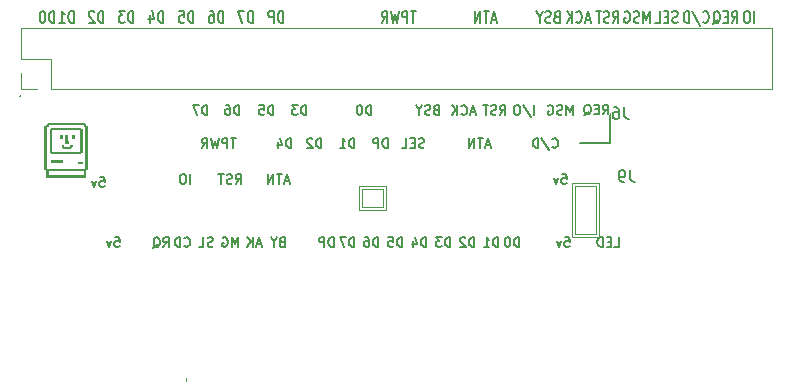
<source format=gbo>
G04 #@! TF.GenerationSoftware,KiCad,Pcbnew,(5.1.9-16-g1737927814)-1*
G04 #@! TF.CreationDate,2021-10-16T21:24:19-05:00*
G04 #@! TF.ProjectId,daisy_chain_v2,64616973-795f-4636-9861-696e5f76322e,rev?*
G04 #@! TF.SameCoordinates,Original*
G04 #@! TF.FileFunction,Legend,Bot*
G04 #@! TF.FilePolarity,Positive*
%FSLAX46Y46*%
G04 Gerber Fmt 4.6, Leading zero omitted, Abs format (unit mm)*
G04 Created by KiCad (PCBNEW (5.1.9-16-g1737927814)-1) date 2021-10-16 21:24:19*
%MOMM*%
%LPD*%
G01*
G04 APERTURE LIST*
%ADD10C,0.150000*%
%ADD11C,0.120000*%
%ADD12C,0.010000*%
%ADD13C,1.800000*%
%ADD14R,1.800000X1.800000*%
%ADD15C,2.700000*%
%ADD16C,4.845000*%
%ADD17C,1.545000*%
%ADD18O,1.350000X1.350000*%
%ADD19R,1.350000X1.350000*%
%ADD20O,1.700000X1.700000*%
%ADD21R,1.700000X1.700000*%
G04 APERTURE END LIST*
D10*
X226733333Y-91162380D02*
X226733333Y-91876666D01*
X226780952Y-92019523D01*
X226876190Y-92114761D01*
X227019047Y-92162380D01*
X227114285Y-92162380D01*
X226209523Y-92162380D02*
X226019047Y-92162380D01*
X225923809Y-92114761D01*
X225876190Y-92067142D01*
X225780952Y-91924285D01*
X225733333Y-91733809D01*
X225733333Y-91352857D01*
X225780952Y-91257619D01*
X225828571Y-91210000D01*
X225923809Y-91162380D01*
X226114285Y-91162380D01*
X226209523Y-91210000D01*
X226257142Y-91257619D01*
X226304761Y-91352857D01*
X226304761Y-91590952D01*
X226257142Y-91686190D01*
X226209523Y-91733809D01*
X226114285Y-91781428D01*
X225923809Y-91781428D01*
X225828571Y-91733809D01*
X225780952Y-91686190D01*
X225733333Y-91590952D01*
D11*
X203794000Y-94504000D02*
X203794000Y-92472000D01*
X206080000Y-94504000D02*
X203794000Y-94504000D01*
X206080000Y-92472000D02*
X206080000Y-94504000D01*
X203794000Y-92472000D02*
X206080000Y-92472000D01*
X204048000Y-94250000D02*
X204048000Y-92726000D01*
X205826000Y-94250000D02*
X204048000Y-94250000D01*
X205826000Y-92726000D02*
X205826000Y-94250000D01*
X204048000Y-92726000D02*
X205826000Y-92726000D01*
X221828000Y-92218000D02*
X224114000Y-92218000D01*
X221828000Y-96790000D02*
X221828000Y-92218000D01*
X224114000Y-96790000D02*
X221828000Y-96790000D01*
X224114000Y-92218000D02*
X224114000Y-96790000D01*
X222082000Y-96536000D02*
X222082000Y-92472000D01*
X223860000Y-96536000D02*
X222082000Y-96536000D01*
X223860000Y-92472000D02*
X223860000Y-96536000D01*
X222082000Y-92472000D02*
X223860000Y-92472000D01*
D10*
X197850285Y-92097333D02*
X197469333Y-92097333D01*
X197926476Y-92325904D02*
X197659809Y-91525904D01*
X197393142Y-92325904D01*
X197240761Y-91525904D02*
X196783619Y-91525904D01*
X197012190Y-92325904D02*
X197012190Y-91525904D01*
X196516952Y-92325904D02*
X196516952Y-91525904D01*
X196059809Y-92325904D01*
X196059809Y-91525904D01*
X193310095Y-92325904D02*
X193576761Y-91944952D01*
X193767238Y-92325904D02*
X193767238Y-91525904D01*
X193462476Y-91525904D01*
X193386285Y-91564000D01*
X193348190Y-91602095D01*
X193310095Y-91678285D01*
X193310095Y-91792571D01*
X193348190Y-91868761D01*
X193386285Y-91906857D01*
X193462476Y-91944952D01*
X193767238Y-91944952D01*
X193005333Y-92287809D02*
X192891047Y-92325904D01*
X192700571Y-92325904D01*
X192624380Y-92287809D01*
X192586285Y-92249714D01*
X192548190Y-92173523D01*
X192548190Y-92097333D01*
X192586285Y-92021142D01*
X192624380Y-91983047D01*
X192700571Y-91944952D01*
X192852952Y-91906857D01*
X192929142Y-91868761D01*
X192967238Y-91830666D01*
X193005333Y-91754476D01*
X193005333Y-91678285D01*
X192967238Y-91602095D01*
X192929142Y-91564000D01*
X192852952Y-91525904D01*
X192662476Y-91525904D01*
X192548190Y-91564000D01*
X192319619Y-91525904D02*
X191862476Y-91525904D01*
X192091047Y-92325904D02*
X192091047Y-91525904D01*
X189481047Y-92325904D02*
X189481047Y-91525904D01*
X188947714Y-91525904D02*
X188795333Y-91525904D01*
X188719142Y-91564000D01*
X188642952Y-91640190D01*
X188604857Y-91792571D01*
X188604857Y-92059238D01*
X188642952Y-92211619D01*
X188719142Y-92287809D01*
X188795333Y-92325904D01*
X188947714Y-92325904D01*
X189023904Y-92287809D01*
X189100095Y-92211619D01*
X189138190Y-92059238D01*
X189138190Y-91792571D01*
X189100095Y-91640190D01*
X189023904Y-91564000D01*
X188947714Y-91525904D01*
X181810285Y-91779904D02*
X182191238Y-91779904D01*
X182229333Y-92160857D01*
X182191238Y-92122761D01*
X182115047Y-92084666D01*
X181924571Y-92084666D01*
X181848380Y-92122761D01*
X181810285Y-92160857D01*
X181772190Y-92237047D01*
X181772190Y-92427523D01*
X181810285Y-92503714D01*
X181848380Y-92541809D01*
X181924571Y-92579904D01*
X182115047Y-92579904D01*
X182191238Y-92541809D01*
X182229333Y-92503714D01*
X181505523Y-92046571D02*
X181315047Y-92579904D01*
X181124571Y-92046571D01*
X220926285Y-91525904D02*
X221307238Y-91525904D01*
X221345333Y-91906857D01*
X221307238Y-91868761D01*
X221231047Y-91830666D01*
X221040571Y-91830666D01*
X220964380Y-91868761D01*
X220926285Y-91906857D01*
X220888190Y-91983047D01*
X220888190Y-92173523D01*
X220926285Y-92249714D01*
X220964380Y-92287809D01*
X221040571Y-92325904D01*
X221231047Y-92325904D01*
X221307238Y-92287809D01*
X221345333Y-92249714D01*
X220621523Y-91792571D02*
X220431047Y-92325904D01*
X220240571Y-91792571D01*
X225390285Y-97659904D02*
X225771238Y-97659904D01*
X225771238Y-96859904D01*
X225123619Y-97240857D02*
X224856952Y-97240857D01*
X224742666Y-97659904D02*
X225123619Y-97659904D01*
X225123619Y-96859904D01*
X224742666Y-96859904D01*
X224399809Y-97659904D02*
X224399809Y-96859904D01*
X224209333Y-96859904D01*
X224095047Y-96898000D01*
X224018857Y-96974190D01*
X223980761Y-97050380D01*
X223942666Y-97202761D01*
X223942666Y-97317047D01*
X223980761Y-97469428D01*
X224018857Y-97545619D01*
X224095047Y-97621809D01*
X224209333Y-97659904D01*
X224399809Y-97659904D01*
X221180285Y-96859904D02*
X221561238Y-96859904D01*
X221599333Y-97240857D01*
X221561238Y-97202761D01*
X221485047Y-97164666D01*
X221294571Y-97164666D01*
X221218380Y-97202761D01*
X221180285Y-97240857D01*
X221142190Y-97317047D01*
X221142190Y-97507523D01*
X221180285Y-97583714D01*
X221218380Y-97621809D01*
X221294571Y-97659904D01*
X221485047Y-97659904D01*
X221561238Y-97621809D01*
X221599333Y-97583714D01*
X220875523Y-97126571D02*
X220685047Y-97659904D01*
X220494571Y-97126571D01*
X183080285Y-96859904D02*
X183461238Y-96859904D01*
X183499333Y-97240857D01*
X183461238Y-97202761D01*
X183385047Y-97164666D01*
X183194571Y-97164666D01*
X183118380Y-97202761D01*
X183080285Y-97240857D01*
X183042190Y-97317047D01*
X183042190Y-97507523D01*
X183080285Y-97583714D01*
X183118380Y-97621809D01*
X183194571Y-97659904D01*
X183385047Y-97659904D01*
X183461238Y-97621809D01*
X183499333Y-97583714D01*
X182775523Y-97126571D02*
X182585047Y-97659904D01*
X182394571Y-97126571D01*
X187201428Y-97659904D02*
X187468095Y-97278952D01*
X187658571Y-97659904D02*
X187658571Y-96859904D01*
X187353809Y-96859904D01*
X187277619Y-96898000D01*
X187239523Y-96936095D01*
X187201428Y-97012285D01*
X187201428Y-97126571D01*
X187239523Y-97202761D01*
X187277619Y-97240857D01*
X187353809Y-97278952D01*
X187658571Y-97278952D01*
X186325238Y-97736095D02*
X186401428Y-97698000D01*
X186477619Y-97621809D01*
X186591904Y-97507523D01*
X186668095Y-97469428D01*
X186744285Y-97469428D01*
X186706190Y-97659904D02*
X186782380Y-97621809D01*
X186858571Y-97545619D01*
X186896666Y-97393238D01*
X186896666Y-97126571D01*
X186858571Y-96974190D01*
X186782380Y-96898000D01*
X186706190Y-96859904D01*
X186553809Y-96859904D01*
X186477619Y-96898000D01*
X186401428Y-96974190D01*
X186363333Y-97126571D01*
X186363333Y-97393238D01*
X186401428Y-97545619D01*
X186477619Y-97621809D01*
X186553809Y-97659904D01*
X186706190Y-97659904D01*
X188960380Y-97583714D02*
X188998476Y-97621809D01*
X189112761Y-97659904D01*
X189188952Y-97659904D01*
X189303238Y-97621809D01*
X189379428Y-97545619D01*
X189417523Y-97469428D01*
X189455619Y-97317047D01*
X189455619Y-97202761D01*
X189417523Y-97050380D01*
X189379428Y-96974190D01*
X189303238Y-96898000D01*
X189188952Y-96859904D01*
X189112761Y-96859904D01*
X188998476Y-96898000D01*
X188960380Y-96936095D01*
X188617523Y-97659904D02*
X188617523Y-96859904D01*
X188427047Y-96859904D01*
X188312761Y-96898000D01*
X188236571Y-96974190D01*
X188198476Y-97050380D01*
X188160380Y-97202761D01*
X188160380Y-97317047D01*
X188198476Y-97469428D01*
X188236571Y-97545619D01*
X188312761Y-97621809D01*
X188427047Y-97659904D01*
X188617523Y-97659904D01*
X191392380Y-97621809D02*
X191278095Y-97659904D01*
X191087619Y-97659904D01*
X191011428Y-97621809D01*
X190973333Y-97583714D01*
X190935238Y-97507523D01*
X190935238Y-97431333D01*
X190973333Y-97355142D01*
X191011428Y-97317047D01*
X191087619Y-97278952D01*
X191240000Y-97240857D01*
X191316190Y-97202761D01*
X191354285Y-97164666D01*
X191392380Y-97088476D01*
X191392380Y-97012285D01*
X191354285Y-96936095D01*
X191316190Y-96898000D01*
X191240000Y-96859904D01*
X191049523Y-96859904D01*
X190935238Y-96898000D01*
X190211428Y-97659904D02*
X190592380Y-97659904D01*
X190592380Y-96859904D01*
X193538666Y-97659904D02*
X193538666Y-96859904D01*
X193272000Y-97431333D01*
X193005333Y-96859904D01*
X193005333Y-97659904D01*
X192205333Y-96898000D02*
X192281523Y-96859904D01*
X192395809Y-96859904D01*
X192510095Y-96898000D01*
X192586285Y-96974190D01*
X192624380Y-97050380D01*
X192662476Y-97202761D01*
X192662476Y-97317047D01*
X192624380Y-97469428D01*
X192586285Y-97545619D01*
X192510095Y-97621809D01*
X192395809Y-97659904D01*
X192319619Y-97659904D01*
X192205333Y-97621809D01*
X192167238Y-97583714D01*
X192167238Y-97317047D01*
X192319619Y-97317047D01*
X195494476Y-97431333D02*
X195113523Y-97431333D01*
X195570666Y-97659904D02*
X195304000Y-96859904D01*
X195037333Y-97659904D01*
X194770666Y-97659904D02*
X194770666Y-96859904D01*
X194313523Y-97659904D02*
X194656380Y-97202761D01*
X194313523Y-96859904D02*
X194770666Y-97317047D01*
X197221714Y-97240857D02*
X197107428Y-97278952D01*
X197069333Y-97317047D01*
X197031238Y-97393238D01*
X197031238Y-97507523D01*
X197069333Y-97583714D01*
X197107428Y-97621809D01*
X197183619Y-97659904D01*
X197488380Y-97659904D01*
X197488380Y-96859904D01*
X197221714Y-96859904D01*
X197145523Y-96898000D01*
X197107428Y-96936095D01*
X197069333Y-97012285D01*
X197069333Y-97088476D01*
X197107428Y-97164666D01*
X197145523Y-97202761D01*
X197221714Y-97240857D01*
X197488380Y-97240857D01*
X196536000Y-97278952D02*
X196536000Y-97659904D01*
X196802666Y-96859904D02*
X196536000Y-97278952D01*
X196269333Y-96859904D01*
X217338476Y-97659904D02*
X217338476Y-96859904D01*
X217148000Y-96859904D01*
X217033714Y-96898000D01*
X216957523Y-96974190D01*
X216919428Y-97050380D01*
X216881333Y-97202761D01*
X216881333Y-97317047D01*
X216919428Y-97469428D01*
X216957523Y-97545619D01*
X217033714Y-97621809D01*
X217148000Y-97659904D01*
X217338476Y-97659904D01*
X216386095Y-96859904D02*
X216309904Y-96859904D01*
X216233714Y-96898000D01*
X216195619Y-96936095D01*
X216157523Y-97012285D01*
X216119428Y-97164666D01*
X216119428Y-97355142D01*
X216157523Y-97507523D01*
X216195619Y-97583714D01*
X216233714Y-97621809D01*
X216309904Y-97659904D01*
X216386095Y-97659904D01*
X216462285Y-97621809D01*
X216500380Y-97583714D01*
X216538476Y-97507523D01*
X216576571Y-97355142D01*
X216576571Y-97164666D01*
X216538476Y-97012285D01*
X216500380Y-96936095D01*
X216462285Y-96898000D01*
X216386095Y-96859904D01*
X215560476Y-97659904D02*
X215560476Y-96859904D01*
X215370000Y-96859904D01*
X215255714Y-96898000D01*
X215179523Y-96974190D01*
X215141428Y-97050380D01*
X215103333Y-97202761D01*
X215103333Y-97317047D01*
X215141428Y-97469428D01*
X215179523Y-97545619D01*
X215255714Y-97621809D01*
X215370000Y-97659904D01*
X215560476Y-97659904D01*
X214341428Y-97659904D02*
X214798571Y-97659904D01*
X214570000Y-97659904D02*
X214570000Y-96859904D01*
X214646190Y-96974190D01*
X214722380Y-97050380D01*
X214798571Y-97088476D01*
X213528476Y-97659904D02*
X213528476Y-96859904D01*
X213338000Y-96859904D01*
X213223714Y-96898000D01*
X213147523Y-96974190D01*
X213109428Y-97050380D01*
X213071333Y-97202761D01*
X213071333Y-97317047D01*
X213109428Y-97469428D01*
X213147523Y-97545619D01*
X213223714Y-97621809D01*
X213338000Y-97659904D01*
X213528476Y-97659904D01*
X212766571Y-96936095D02*
X212728476Y-96898000D01*
X212652285Y-96859904D01*
X212461809Y-96859904D01*
X212385619Y-96898000D01*
X212347523Y-96936095D01*
X212309428Y-97012285D01*
X212309428Y-97088476D01*
X212347523Y-97202761D01*
X212804666Y-97659904D01*
X212309428Y-97659904D01*
X211496476Y-97659904D02*
X211496476Y-96859904D01*
X211306000Y-96859904D01*
X211191714Y-96898000D01*
X211115523Y-96974190D01*
X211077428Y-97050380D01*
X211039333Y-97202761D01*
X211039333Y-97317047D01*
X211077428Y-97469428D01*
X211115523Y-97545619D01*
X211191714Y-97621809D01*
X211306000Y-97659904D01*
X211496476Y-97659904D01*
X210772666Y-96859904D02*
X210277428Y-96859904D01*
X210544095Y-97164666D01*
X210429809Y-97164666D01*
X210353619Y-97202761D01*
X210315523Y-97240857D01*
X210277428Y-97317047D01*
X210277428Y-97507523D01*
X210315523Y-97583714D01*
X210353619Y-97621809D01*
X210429809Y-97659904D01*
X210658380Y-97659904D01*
X210734571Y-97621809D01*
X210772666Y-97583714D01*
X209464476Y-97659904D02*
X209464476Y-96859904D01*
X209274000Y-96859904D01*
X209159714Y-96898000D01*
X209083523Y-96974190D01*
X209045428Y-97050380D01*
X209007333Y-97202761D01*
X209007333Y-97317047D01*
X209045428Y-97469428D01*
X209083523Y-97545619D01*
X209159714Y-97621809D01*
X209274000Y-97659904D01*
X209464476Y-97659904D01*
X208321619Y-97126571D02*
X208321619Y-97659904D01*
X208512095Y-96821809D02*
X208702571Y-97393238D01*
X208207333Y-97393238D01*
X207432476Y-97659904D02*
X207432476Y-96859904D01*
X207242000Y-96859904D01*
X207127714Y-96898000D01*
X207051523Y-96974190D01*
X207013428Y-97050380D01*
X206975333Y-97202761D01*
X206975333Y-97317047D01*
X207013428Y-97469428D01*
X207051523Y-97545619D01*
X207127714Y-97621809D01*
X207242000Y-97659904D01*
X207432476Y-97659904D01*
X206251523Y-96859904D02*
X206632476Y-96859904D01*
X206670571Y-97240857D01*
X206632476Y-97202761D01*
X206556285Y-97164666D01*
X206365809Y-97164666D01*
X206289619Y-97202761D01*
X206251523Y-97240857D01*
X206213428Y-97317047D01*
X206213428Y-97507523D01*
X206251523Y-97583714D01*
X206289619Y-97621809D01*
X206365809Y-97659904D01*
X206556285Y-97659904D01*
X206632476Y-97621809D01*
X206670571Y-97583714D01*
X205400476Y-97659904D02*
X205400476Y-96859904D01*
X205210000Y-96859904D01*
X205095714Y-96898000D01*
X205019523Y-96974190D01*
X204981428Y-97050380D01*
X204943333Y-97202761D01*
X204943333Y-97317047D01*
X204981428Y-97469428D01*
X205019523Y-97545619D01*
X205095714Y-97621809D01*
X205210000Y-97659904D01*
X205400476Y-97659904D01*
X204257619Y-96859904D02*
X204410000Y-96859904D01*
X204486190Y-96898000D01*
X204524285Y-96936095D01*
X204600476Y-97050380D01*
X204638571Y-97202761D01*
X204638571Y-97507523D01*
X204600476Y-97583714D01*
X204562380Y-97621809D01*
X204486190Y-97659904D01*
X204333809Y-97659904D01*
X204257619Y-97621809D01*
X204219523Y-97583714D01*
X204181428Y-97507523D01*
X204181428Y-97317047D01*
X204219523Y-97240857D01*
X204257619Y-97202761D01*
X204333809Y-97164666D01*
X204486190Y-97164666D01*
X204562380Y-97202761D01*
X204600476Y-97240857D01*
X204638571Y-97317047D01*
X203368476Y-97659904D02*
X203368476Y-96859904D01*
X203178000Y-96859904D01*
X203063714Y-96898000D01*
X202987523Y-96974190D01*
X202949428Y-97050380D01*
X202911333Y-97202761D01*
X202911333Y-97317047D01*
X202949428Y-97469428D01*
X202987523Y-97545619D01*
X203063714Y-97621809D01*
X203178000Y-97659904D01*
X203368476Y-97659904D01*
X202644666Y-96859904D02*
X202111333Y-96859904D01*
X202454190Y-97659904D01*
X201609523Y-97659904D02*
X201609523Y-96859904D01*
X201419047Y-96859904D01*
X201304761Y-96898000D01*
X201228571Y-96974190D01*
X201190476Y-97050380D01*
X201152380Y-97202761D01*
X201152380Y-97317047D01*
X201190476Y-97469428D01*
X201228571Y-97545619D01*
X201304761Y-97621809D01*
X201419047Y-97659904D01*
X201609523Y-97659904D01*
X200809523Y-97659904D02*
X200809523Y-96859904D01*
X200504761Y-96859904D01*
X200428571Y-96898000D01*
X200390476Y-96936095D01*
X200352380Y-97012285D01*
X200352380Y-97126571D01*
X200390476Y-97202761D01*
X200428571Y-97240857D01*
X200504761Y-97278952D01*
X200809523Y-97278952D01*
X218602095Y-86483904D02*
X218602095Y-85683904D01*
X217649714Y-85645809D02*
X218335428Y-86674380D01*
X217230666Y-85683904D02*
X217078285Y-85683904D01*
X217002095Y-85722000D01*
X216925904Y-85798190D01*
X216887809Y-85950571D01*
X216887809Y-86217238D01*
X216925904Y-86369619D01*
X217002095Y-86445809D01*
X217078285Y-86483904D01*
X217230666Y-86483904D01*
X217306857Y-86445809D01*
X217383047Y-86369619D01*
X217421142Y-86217238D01*
X217421142Y-85950571D01*
X217383047Y-85798190D01*
X217306857Y-85722000D01*
X217230666Y-85683904D01*
X215703095Y-86483904D02*
X215969761Y-86102952D01*
X216160238Y-86483904D02*
X216160238Y-85683904D01*
X215855476Y-85683904D01*
X215779285Y-85722000D01*
X215741190Y-85760095D01*
X215703095Y-85836285D01*
X215703095Y-85950571D01*
X215741190Y-86026761D01*
X215779285Y-86064857D01*
X215855476Y-86102952D01*
X216160238Y-86102952D01*
X215398333Y-86445809D02*
X215284047Y-86483904D01*
X215093571Y-86483904D01*
X215017380Y-86445809D01*
X214979285Y-86407714D01*
X214941190Y-86331523D01*
X214941190Y-86255333D01*
X214979285Y-86179142D01*
X215017380Y-86141047D01*
X215093571Y-86102952D01*
X215245952Y-86064857D01*
X215322142Y-86026761D01*
X215360238Y-85988666D01*
X215398333Y-85912476D01*
X215398333Y-85836285D01*
X215360238Y-85760095D01*
X215322142Y-85722000D01*
X215245952Y-85683904D01*
X215055476Y-85683904D01*
X214941190Y-85722000D01*
X214712619Y-85683904D02*
X214255476Y-85683904D01*
X214484047Y-86483904D02*
X214484047Y-85683904D01*
X209280285Y-89239809D02*
X209166000Y-89277904D01*
X208975523Y-89277904D01*
X208899333Y-89239809D01*
X208861238Y-89201714D01*
X208823142Y-89125523D01*
X208823142Y-89049333D01*
X208861238Y-88973142D01*
X208899333Y-88935047D01*
X208975523Y-88896952D01*
X209127904Y-88858857D01*
X209204095Y-88820761D01*
X209242190Y-88782666D01*
X209280285Y-88706476D01*
X209280285Y-88630285D01*
X209242190Y-88554095D01*
X209204095Y-88516000D01*
X209127904Y-88477904D01*
X208937428Y-88477904D01*
X208823142Y-88516000D01*
X208480285Y-88858857D02*
X208213619Y-88858857D01*
X208099333Y-89277904D02*
X208480285Y-89277904D01*
X208480285Y-88477904D01*
X208099333Y-88477904D01*
X207375523Y-89277904D02*
X207756476Y-89277904D01*
X207756476Y-88477904D01*
X204806476Y-86483904D02*
X204806476Y-85683904D01*
X204616000Y-85683904D01*
X204501714Y-85722000D01*
X204425523Y-85798190D01*
X204387428Y-85874380D01*
X204349333Y-86026761D01*
X204349333Y-86141047D01*
X204387428Y-86293428D01*
X204425523Y-86369619D01*
X204501714Y-86445809D01*
X204616000Y-86483904D01*
X204806476Y-86483904D01*
X203854095Y-85683904D02*
X203777904Y-85683904D01*
X203701714Y-85722000D01*
X203663619Y-85760095D01*
X203625523Y-85836285D01*
X203587428Y-85988666D01*
X203587428Y-86179142D01*
X203625523Y-86331523D01*
X203663619Y-86407714D01*
X203701714Y-86445809D01*
X203777904Y-86483904D01*
X203854095Y-86483904D01*
X203930285Y-86445809D01*
X203968380Y-86407714D01*
X204006476Y-86331523D01*
X204044571Y-86179142D01*
X204044571Y-85988666D01*
X204006476Y-85836285D01*
X203968380Y-85760095D01*
X203930285Y-85722000D01*
X203854095Y-85683904D01*
X196510476Y-86483904D02*
X196510476Y-85683904D01*
X196320000Y-85683904D01*
X196205714Y-85722000D01*
X196129523Y-85798190D01*
X196091428Y-85874380D01*
X196053333Y-86026761D01*
X196053333Y-86141047D01*
X196091428Y-86293428D01*
X196129523Y-86369619D01*
X196205714Y-86445809D01*
X196320000Y-86483904D01*
X196510476Y-86483904D01*
X195329523Y-85683904D02*
X195710476Y-85683904D01*
X195748571Y-86064857D01*
X195710476Y-86026761D01*
X195634285Y-85988666D01*
X195443809Y-85988666D01*
X195367619Y-86026761D01*
X195329523Y-86064857D01*
X195291428Y-86141047D01*
X195291428Y-86331523D01*
X195329523Y-86407714D01*
X195367619Y-86445809D01*
X195443809Y-86483904D01*
X195634285Y-86483904D01*
X195710476Y-86445809D01*
X195748571Y-86407714D01*
X210302666Y-86064857D02*
X210188380Y-86102952D01*
X210150285Y-86141047D01*
X210112190Y-86217238D01*
X210112190Y-86331523D01*
X210150285Y-86407714D01*
X210188380Y-86445809D01*
X210264571Y-86483904D01*
X210569333Y-86483904D01*
X210569333Y-85683904D01*
X210302666Y-85683904D01*
X210226476Y-85722000D01*
X210188380Y-85760095D01*
X210150285Y-85836285D01*
X210150285Y-85912476D01*
X210188380Y-85988666D01*
X210226476Y-86026761D01*
X210302666Y-86064857D01*
X210569333Y-86064857D01*
X209807428Y-86445809D02*
X209693142Y-86483904D01*
X209502666Y-86483904D01*
X209426476Y-86445809D01*
X209388380Y-86407714D01*
X209350285Y-86331523D01*
X209350285Y-86255333D01*
X209388380Y-86179142D01*
X209426476Y-86141047D01*
X209502666Y-86102952D01*
X209655047Y-86064857D01*
X209731238Y-86026761D01*
X209769333Y-85988666D01*
X209807428Y-85912476D01*
X209807428Y-85836285D01*
X209769333Y-85760095D01*
X209731238Y-85722000D01*
X209655047Y-85683904D01*
X209464571Y-85683904D01*
X209350285Y-85722000D01*
X208855047Y-86102952D02*
X208855047Y-86483904D01*
X209121714Y-85683904D02*
X208855047Y-86102952D01*
X208588380Y-85683904D01*
X193630476Y-86483904D02*
X193630476Y-85683904D01*
X193440000Y-85683904D01*
X193325714Y-85722000D01*
X193249523Y-85798190D01*
X193211428Y-85874380D01*
X193173333Y-86026761D01*
X193173333Y-86141047D01*
X193211428Y-86293428D01*
X193249523Y-86369619D01*
X193325714Y-86445809D01*
X193440000Y-86483904D01*
X193630476Y-86483904D01*
X192487619Y-85683904D02*
X192640000Y-85683904D01*
X192716190Y-85722000D01*
X192754285Y-85760095D01*
X192830476Y-85874380D01*
X192868571Y-86026761D01*
X192868571Y-86331523D01*
X192830476Y-86407714D01*
X192792380Y-86445809D01*
X192716190Y-86483904D01*
X192563809Y-86483904D01*
X192487619Y-86445809D01*
X192449523Y-86407714D01*
X192411428Y-86331523D01*
X192411428Y-86141047D01*
X192449523Y-86064857D01*
X192487619Y-86026761D01*
X192563809Y-85988666D01*
X192716190Y-85988666D01*
X192792380Y-86026761D01*
X192830476Y-86064857D01*
X192868571Y-86141047D01*
X203368476Y-89277904D02*
X203368476Y-88477904D01*
X203178000Y-88477904D01*
X203063714Y-88516000D01*
X202987523Y-88592190D01*
X202949428Y-88668380D01*
X202911333Y-88820761D01*
X202911333Y-88935047D01*
X202949428Y-89087428D01*
X202987523Y-89163619D01*
X203063714Y-89239809D01*
X203178000Y-89277904D01*
X203368476Y-89277904D01*
X202149428Y-89277904D02*
X202606571Y-89277904D01*
X202378000Y-89277904D02*
X202378000Y-88477904D01*
X202454190Y-88592190D01*
X202530380Y-88668380D01*
X202606571Y-88706476D01*
X198034476Y-89277904D02*
X198034476Y-88477904D01*
X197844000Y-88477904D01*
X197729714Y-88516000D01*
X197653523Y-88592190D01*
X197615428Y-88668380D01*
X197577333Y-88820761D01*
X197577333Y-88935047D01*
X197615428Y-89087428D01*
X197653523Y-89163619D01*
X197729714Y-89239809D01*
X197844000Y-89277904D01*
X198034476Y-89277904D01*
X196891619Y-88744571D02*
X196891619Y-89277904D01*
X197082095Y-88439809D02*
X197272571Y-89011238D01*
X196777333Y-89011238D01*
X200574476Y-89277904D02*
X200574476Y-88477904D01*
X200384000Y-88477904D01*
X200269714Y-88516000D01*
X200193523Y-88592190D01*
X200155428Y-88668380D01*
X200117333Y-88820761D01*
X200117333Y-88935047D01*
X200155428Y-89087428D01*
X200193523Y-89163619D01*
X200269714Y-89239809D01*
X200384000Y-89277904D01*
X200574476Y-89277904D01*
X199812571Y-88554095D02*
X199774476Y-88516000D01*
X199698285Y-88477904D01*
X199507809Y-88477904D01*
X199431619Y-88516000D01*
X199393523Y-88554095D01*
X199355428Y-88630285D01*
X199355428Y-88706476D01*
X199393523Y-88820761D01*
X199850666Y-89277904D01*
X199355428Y-89277904D01*
X221859619Y-86483904D02*
X221859619Y-85683904D01*
X221592952Y-86255333D01*
X221326285Y-85683904D01*
X221326285Y-86483904D01*
X220983428Y-86445809D02*
X220869142Y-86483904D01*
X220678666Y-86483904D01*
X220602476Y-86445809D01*
X220564380Y-86407714D01*
X220526285Y-86331523D01*
X220526285Y-86255333D01*
X220564380Y-86179142D01*
X220602476Y-86141047D01*
X220678666Y-86102952D01*
X220831047Y-86064857D01*
X220907238Y-86026761D01*
X220945333Y-85988666D01*
X220983428Y-85912476D01*
X220983428Y-85836285D01*
X220945333Y-85760095D01*
X220907238Y-85722000D01*
X220831047Y-85683904D01*
X220640571Y-85683904D01*
X220526285Y-85722000D01*
X219764380Y-85722000D02*
X219840571Y-85683904D01*
X219954857Y-85683904D01*
X220069142Y-85722000D01*
X220145333Y-85798190D01*
X220183428Y-85874380D01*
X220221523Y-86026761D01*
X220221523Y-86141047D01*
X220183428Y-86293428D01*
X220145333Y-86369619D01*
X220069142Y-86445809D01*
X219954857Y-86483904D01*
X219878666Y-86483904D01*
X219764380Y-86445809D01*
X219726285Y-86407714D01*
X219726285Y-86141047D01*
X219878666Y-86141047D01*
X193341714Y-88477904D02*
X192884571Y-88477904D01*
X193113142Y-89277904D02*
X193113142Y-88477904D01*
X192617904Y-89277904D02*
X192617904Y-88477904D01*
X192313142Y-88477904D01*
X192236952Y-88516000D01*
X192198857Y-88554095D01*
X192160761Y-88630285D01*
X192160761Y-88744571D01*
X192198857Y-88820761D01*
X192236952Y-88858857D01*
X192313142Y-88896952D01*
X192617904Y-88896952D01*
X191894095Y-88477904D02*
X191703619Y-89277904D01*
X191551238Y-88706476D01*
X191398857Y-89277904D01*
X191208380Y-88477904D01*
X190446476Y-89277904D02*
X190713142Y-88896952D01*
X190903619Y-89277904D02*
X190903619Y-88477904D01*
X190598857Y-88477904D01*
X190522666Y-88516000D01*
X190484571Y-88554095D01*
X190446476Y-88630285D01*
X190446476Y-88744571D01*
X190484571Y-88820761D01*
X190522666Y-88858857D01*
X190598857Y-88896952D01*
X190903619Y-88896952D01*
X199304476Y-86483904D02*
X199304476Y-85683904D01*
X199114000Y-85683904D01*
X198999714Y-85722000D01*
X198923523Y-85798190D01*
X198885428Y-85874380D01*
X198847333Y-86026761D01*
X198847333Y-86141047D01*
X198885428Y-86293428D01*
X198923523Y-86369619D01*
X198999714Y-86445809D01*
X199114000Y-86483904D01*
X199304476Y-86483904D01*
X198580666Y-85683904D02*
X198085428Y-85683904D01*
X198352095Y-85988666D01*
X198237809Y-85988666D01*
X198161619Y-86026761D01*
X198123523Y-86064857D01*
X198085428Y-86141047D01*
X198085428Y-86331523D01*
X198123523Y-86407714D01*
X198161619Y-86445809D01*
X198237809Y-86483904D01*
X198466380Y-86483904D01*
X198542571Y-86445809D01*
X198580666Y-86407714D01*
X220113428Y-89201714D02*
X220151523Y-89239809D01*
X220265809Y-89277904D01*
X220342000Y-89277904D01*
X220456285Y-89239809D01*
X220532476Y-89163619D01*
X220570571Y-89087428D01*
X220608666Y-88935047D01*
X220608666Y-88820761D01*
X220570571Y-88668380D01*
X220532476Y-88592190D01*
X220456285Y-88516000D01*
X220342000Y-88477904D01*
X220265809Y-88477904D01*
X220151523Y-88516000D01*
X220113428Y-88554095D01*
X219199142Y-88439809D02*
X219884857Y-89468380D01*
X218932476Y-89277904D02*
X218932476Y-88477904D01*
X218742000Y-88477904D01*
X218627714Y-88516000D01*
X218551523Y-88592190D01*
X218513428Y-88668380D01*
X218475333Y-88820761D01*
X218475333Y-88935047D01*
X218513428Y-89087428D01*
X218551523Y-89163619D01*
X218627714Y-89239809D01*
X218742000Y-89277904D01*
X218932476Y-89277904D01*
X213588476Y-86258429D02*
X213207523Y-86258429D01*
X213664666Y-86487000D02*
X213398000Y-85687000D01*
X213131333Y-86487000D01*
X212407523Y-86410810D02*
X212445619Y-86448905D01*
X212559904Y-86487000D01*
X212636095Y-86487000D01*
X212750380Y-86448905D01*
X212826571Y-86372715D01*
X212864666Y-86296524D01*
X212902761Y-86144143D01*
X212902761Y-86029857D01*
X212864666Y-85877476D01*
X212826571Y-85801286D01*
X212750380Y-85725096D01*
X212636095Y-85687000D01*
X212559904Y-85687000D01*
X212445619Y-85725096D01*
X212407523Y-85763191D01*
X212064666Y-86487000D02*
X212064666Y-85687000D01*
X211607523Y-86487000D02*
X211950380Y-86029857D01*
X211607523Y-85687000D02*
X212064666Y-86144143D01*
X214868285Y-89049333D02*
X214487333Y-89049333D01*
X214944476Y-89277904D02*
X214677809Y-88477904D01*
X214411142Y-89277904D01*
X214258761Y-88477904D02*
X213801619Y-88477904D01*
X214030190Y-89277904D02*
X214030190Y-88477904D01*
X213534952Y-89277904D02*
X213534952Y-88477904D01*
X213077809Y-89277904D01*
X213077809Y-88477904D01*
X206181523Y-89277904D02*
X206181523Y-88477904D01*
X205991047Y-88477904D01*
X205876761Y-88516000D01*
X205800571Y-88592190D01*
X205762476Y-88668380D01*
X205724380Y-88820761D01*
X205724380Y-88935047D01*
X205762476Y-89087428D01*
X205800571Y-89163619D01*
X205876761Y-89239809D01*
X205991047Y-89277904D01*
X206181523Y-89277904D01*
X205381523Y-89277904D02*
X205381523Y-88477904D01*
X205076761Y-88477904D01*
X205000571Y-88516000D01*
X204962476Y-88554095D01*
X204924380Y-88630285D01*
X204924380Y-88744571D01*
X204962476Y-88820761D01*
X205000571Y-88858857D01*
X205076761Y-88896952D01*
X205381523Y-88896952D01*
X190922476Y-86483904D02*
X190922476Y-85683904D01*
X190732000Y-85683904D01*
X190617714Y-85722000D01*
X190541523Y-85798190D01*
X190503428Y-85874380D01*
X190465333Y-86026761D01*
X190465333Y-86141047D01*
X190503428Y-86293428D01*
X190541523Y-86369619D01*
X190617714Y-86445809D01*
X190732000Y-86483904D01*
X190922476Y-86483904D01*
X190198666Y-85683904D02*
X189665333Y-85683904D01*
X190008190Y-86483904D01*
X224393333Y-86448904D02*
X224660000Y-86067952D01*
X224850476Y-86448904D02*
X224850476Y-85648904D01*
X224545714Y-85648904D01*
X224469523Y-85687000D01*
X224431428Y-85725095D01*
X224393333Y-85801285D01*
X224393333Y-85915571D01*
X224431428Y-85991761D01*
X224469523Y-86029857D01*
X224545714Y-86067952D01*
X224850476Y-86067952D01*
X224050476Y-86029857D02*
X223783809Y-86029857D01*
X223669523Y-86448904D02*
X224050476Y-86448904D01*
X224050476Y-85648904D01*
X223669523Y-85648904D01*
X222793333Y-86525095D02*
X222869523Y-86487000D01*
X222945714Y-86410809D01*
X223060000Y-86296523D01*
X223136190Y-86258428D01*
X223212380Y-86258428D01*
X223174285Y-86448904D02*
X223250476Y-86410809D01*
X223326666Y-86334619D01*
X223364761Y-86182238D01*
X223364761Y-85915571D01*
X223326666Y-85763190D01*
X223250476Y-85687000D01*
X223174285Y-85648904D01*
X223021904Y-85648904D01*
X222945714Y-85687000D01*
X222869523Y-85763190D01*
X222831428Y-85915571D01*
X222831428Y-86182238D01*
X222869523Y-86334619D01*
X222945714Y-86410809D01*
X223021904Y-86448904D01*
X223174285Y-86448904D01*
X237233047Y-78700380D02*
X237233047Y-77700380D01*
X236699714Y-77700380D02*
X236547333Y-77700380D01*
X236471142Y-77748000D01*
X236394952Y-77843238D01*
X236356857Y-78033714D01*
X236356857Y-78367047D01*
X236394952Y-78557523D01*
X236471142Y-78652761D01*
X236547333Y-78700380D01*
X236699714Y-78700380D01*
X236775904Y-78652761D01*
X236852095Y-78557523D01*
X236890190Y-78367047D01*
X236890190Y-78033714D01*
X236852095Y-77843238D01*
X236775904Y-77748000D01*
X236699714Y-77700380D01*
X235338185Y-78700380D02*
X235604852Y-78224190D01*
X235795328Y-78700380D02*
X235795328Y-77700380D01*
X235490566Y-77700380D01*
X235414375Y-77748000D01*
X235376280Y-77795619D01*
X235338185Y-77890857D01*
X235338185Y-78033714D01*
X235376280Y-78128952D01*
X235414375Y-78176571D01*
X235490566Y-78224190D01*
X235795328Y-78224190D01*
X234995328Y-78176571D02*
X234728661Y-78176571D01*
X234614375Y-78700380D02*
X234995328Y-78700380D01*
X234995328Y-77700380D01*
X234614375Y-77700380D01*
X233738185Y-78795619D02*
X233814375Y-78748000D01*
X233890566Y-78652761D01*
X234004852Y-78509904D01*
X234081042Y-78462285D01*
X234157232Y-78462285D01*
X234119137Y-78700380D02*
X234195328Y-78652761D01*
X234271518Y-78557523D01*
X234309613Y-78367047D01*
X234309613Y-78033714D01*
X234271518Y-77843238D01*
X234195328Y-77748000D01*
X234119137Y-77700380D01*
X233966756Y-77700380D01*
X233890566Y-77748000D01*
X233814375Y-77843238D01*
X233776280Y-78033714D01*
X233776280Y-78367047D01*
X233814375Y-78557523D01*
X233890566Y-78652761D01*
X233966756Y-78700380D01*
X234119137Y-78700380D01*
X232881638Y-78605142D02*
X232919733Y-78652761D01*
X233034019Y-78700380D01*
X233110210Y-78700380D01*
X233224495Y-78652761D01*
X233300686Y-78557523D01*
X233338781Y-78462285D01*
X233376876Y-78271809D01*
X233376876Y-78128952D01*
X233338781Y-77938476D01*
X233300686Y-77843238D01*
X233224495Y-77748000D01*
X233110210Y-77700380D01*
X233034019Y-77700380D01*
X232919733Y-77748000D01*
X232881638Y-77795619D01*
X231967352Y-77652761D02*
X232653067Y-78938476D01*
X231700686Y-78700380D02*
X231700686Y-77700380D01*
X231510210Y-77700380D01*
X231395924Y-77748000D01*
X231319733Y-77843238D01*
X231281638Y-77938476D01*
X231243543Y-78128952D01*
X231243543Y-78271809D01*
X231281638Y-78462285D01*
X231319733Y-78557523D01*
X231395924Y-78652761D01*
X231510210Y-78700380D01*
X231700686Y-78700380D01*
X230729853Y-78652761D02*
X230615568Y-78700380D01*
X230425091Y-78700380D01*
X230348901Y-78652761D01*
X230310806Y-78605142D01*
X230272710Y-78509904D01*
X230272710Y-78414666D01*
X230310806Y-78319428D01*
X230348901Y-78271809D01*
X230425091Y-78224190D01*
X230577472Y-78176571D01*
X230653663Y-78128952D01*
X230691758Y-78081333D01*
X230729853Y-77986095D01*
X230729853Y-77890857D01*
X230691758Y-77795619D01*
X230653663Y-77748000D01*
X230577472Y-77700380D01*
X230386996Y-77700380D01*
X230272710Y-77748000D01*
X229929853Y-78176571D02*
X229663187Y-78176571D01*
X229548901Y-78700380D02*
X229929853Y-78700380D01*
X229929853Y-77700380D01*
X229548901Y-77700380D01*
X228825091Y-78700380D02*
X229206044Y-78700380D01*
X229206044Y-77700380D01*
X228368545Y-78700380D02*
X228368545Y-77700380D01*
X228101878Y-78414666D01*
X227835211Y-77700380D01*
X227835211Y-78700380D01*
X227492354Y-78652761D02*
X227378068Y-78700380D01*
X227187592Y-78700380D01*
X227111402Y-78652761D01*
X227073306Y-78605142D01*
X227035211Y-78509904D01*
X227035211Y-78414666D01*
X227073306Y-78319428D01*
X227111402Y-78271809D01*
X227187592Y-78224190D01*
X227339973Y-78176571D01*
X227416164Y-78128952D01*
X227454259Y-78081333D01*
X227492354Y-77986095D01*
X227492354Y-77890857D01*
X227454259Y-77795619D01*
X227416164Y-77748000D01*
X227339973Y-77700380D01*
X227149497Y-77700380D01*
X227035211Y-77748000D01*
X226273306Y-77748000D02*
X226349497Y-77700380D01*
X226463783Y-77700380D01*
X226578068Y-77748000D01*
X226654259Y-77843238D01*
X226692354Y-77938476D01*
X226730449Y-78128952D01*
X226730449Y-78271809D01*
X226692354Y-78462285D01*
X226654259Y-78557523D01*
X226578068Y-78652761D01*
X226463783Y-78700380D01*
X226387592Y-78700380D01*
X226273306Y-78652761D01*
X226235211Y-78605142D01*
X226235211Y-78271809D01*
X226387592Y-78271809D01*
X225264379Y-78700380D02*
X225531045Y-78224190D01*
X225721522Y-78700380D02*
X225721522Y-77700380D01*
X225416760Y-77700380D01*
X225340569Y-77748000D01*
X225302474Y-77795619D01*
X225264379Y-77890857D01*
X225264379Y-78033714D01*
X225302474Y-78128952D01*
X225340569Y-78176571D01*
X225416760Y-78224190D01*
X225721522Y-78224190D01*
X224959617Y-78652761D02*
X224845331Y-78700380D01*
X224654855Y-78700380D01*
X224578664Y-78652761D01*
X224540569Y-78605142D01*
X224502474Y-78509904D01*
X224502474Y-78414666D01*
X224540569Y-78319428D01*
X224578664Y-78271809D01*
X224654855Y-78224190D01*
X224807236Y-78176571D01*
X224883426Y-78128952D01*
X224921522Y-78081333D01*
X224959617Y-77986095D01*
X224959617Y-77890857D01*
X224921522Y-77795619D01*
X224883426Y-77748000D01*
X224807236Y-77700380D01*
X224616760Y-77700380D01*
X224502474Y-77748000D01*
X224273903Y-77700380D02*
X223816760Y-77700380D01*
X224045331Y-78700380D02*
X224045331Y-77700380D01*
X223322118Y-78414666D02*
X222941165Y-78414666D01*
X223398308Y-78700380D02*
X223131642Y-77700380D01*
X222864975Y-78700380D01*
X222141165Y-78605142D02*
X222179261Y-78652761D01*
X222293546Y-78700380D01*
X222369737Y-78700380D01*
X222484022Y-78652761D01*
X222560213Y-78557523D01*
X222598308Y-78462285D01*
X222636403Y-78271809D01*
X222636403Y-78128952D01*
X222598308Y-77938476D01*
X222560213Y-77843238D01*
X222484022Y-77748000D01*
X222369737Y-77700380D01*
X222293546Y-77700380D01*
X222179261Y-77748000D01*
X222141165Y-77795619D01*
X221798308Y-78700380D02*
X221798308Y-77700380D01*
X221341165Y-78700380D02*
X221684022Y-78128952D01*
X221341165Y-77700380D02*
X221798308Y-78271809D01*
X220503666Y-78176571D02*
X220389380Y-78224190D01*
X220351285Y-78271809D01*
X220313190Y-78367047D01*
X220313190Y-78509904D01*
X220351285Y-78605142D01*
X220389380Y-78652761D01*
X220465571Y-78700380D01*
X220770333Y-78700380D01*
X220770333Y-77700380D01*
X220503666Y-77700380D01*
X220427476Y-77748000D01*
X220389380Y-77795619D01*
X220351285Y-77890857D01*
X220351285Y-77986095D01*
X220389380Y-78081333D01*
X220427476Y-78128952D01*
X220503666Y-78176571D01*
X220770333Y-78176571D01*
X220008428Y-78652761D02*
X219894142Y-78700380D01*
X219703666Y-78700380D01*
X219627476Y-78652761D01*
X219589380Y-78605142D01*
X219551285Y-78509904D01*
X219551285Y-78414666D01*
X219589380Y-78319428D01*
X219627476Y-78271809D01*
X219703666Y-78224190D01*
X219856047Y-78176571D01*
X219932238Y-78128952D01*
X219970333Y-78081333D01*
X220008428Y-77986095D01*
X220008428Y-77890857D01*
X219970333Y-77795619D01*
X219932238Y-77748000D01*
X219856047Y-77700380D01*
X219665571Y-77700380D01*
X219551285Y-77748000D01*
X219056047Y-78224190D02*
X219056047Y-78700380D01*
X219322714Y-77700380D02*
X219056047Y-78224190D01*
X218789380Y-77700380D01*
X215376285Y-78414666D02*
X214995333Y-78414666D01*
X215452476Y-78700380D02*
X215185809Y-77700380D01*
X214919142Y-78700380D01*
X214766761Y-77700380D02*
X214309619Y-77700380D01*
X214538190Y-78700380D02*
X214538190Y-77700380D01*
X214042952Y-78700380D02*
X214042952Y-77700380D01*
X213585809Y-78700380D01*
X213585809Y-77700380D01*
X208581714Y-77700380D02*
X208124571Y-77700380D01*
X208353142Y-78700380D02*
X208353142Y-77700380D01*
X207857904Y-78700380D02*
X207857904Y-77700380D01*
X207553142Y-77700380D01*
X207476952Y-77748000D01*
X207438857Y-77795619D01*
X207400761Y-77890857D01*
X207400761Y-78033714D01*
X207438857Y-78128952D01*
X207476952Y-78176571D01*
X207553142Y-78224190D01*
X207857904Y-78224190D01*
X207134095Y-77700380D02*
X206943619Y-78700380D01*
X206791238Y-77986095D01*
X206638857Y-78700380D01*
X206448380Y-77700380D01*
X205686476Y-78700380D02*
X205953142Y-78224190D01*
X206143619Y-78700380D02*
X206143619Y-77700380D01*
X205838857Y-77700380D01*
X205762666Y-77748000D01*
X205724571Y-77795619D01*
X205686476Y-77890857D01*
X205686476Y-78033714D01*
X205724571Y-78128952D01*
X205762666Y-78176571D01*
X205838857Y-78224190D01*
X206143619Y-78224190D01*
X197332523Y-78684380D02*
X197332523Y-77684380D01*
X197142047Y-77684380D01*
X197027761Y-77732000D01*
X196951571Y-77827238D01*
X196913476Y-77922476D01*
X196875380Y-78112952D01*
X196875380Y-78255809D01*
X196913476Y-78446285D01*
X196951571Y-78541523D01*
X197027761Y-78636761D01*
X197142047Y-78684380D01*
X197332523Y-78684380D01*
X196532523Y-78684380D02*
X196532523Y-77684380D01*
X196227761Y-77684380D01*
X196151571Y-77732000D01*
X196113476Y-77779619D01*
X196075380Y-77874857D01*
X196075380Y-78017714D01*
X196113476Y-78112952D01*
X196151571Y-78160571D01*
X196227761Y-78208190D01*
X196532523Y-78208190D01*
X194781410Y-78684380D02*
X194781410Y-77684380D01*
X194590934Y-77684380D01*
X194476648Y-77732000D01*
X194400457Y-77827238D01*
X194362362Y-77922476D01*
X194324267Y-78112952D01*
X194324267Y-78255809D01*
X194362362Y-78446285D01*
X194400457Y-78541523D01*
X194476648Y-78636761D01*
X194590934Y-78684380D01*
X194781410Y-78684380D01*
X194057600Y-77684380D02*
X193524267Y-77684380D01*
X193867124Y-78684380D01*
X192249348Y-78684380D02*
X192249348Y-77684380D01*
X192058872Y-77684380D01*
X191944586Y-77732000D01*
X191868395Y-77827238D01*
X191830300Y-77922476D01*
X191792205Y-78112952D01*
X191792205Y-78255809D01*
X191830300Y-78446285D01*
X191868395Y-78541523D01*
X191944586Y-78636761D01*
X192058872Y-78684380D01*
X192249348Y-78684380D01*
X191106491Y-77684380D02*
X191258872Y-77684380D01*
X191335062Y-77732000D01*
X191373157Y-77779619D01*
X191449348Y-77922476D01*
X191487443Y-78112952D01*
X191487443Y-78493904D01*
X191449348Y-78589142D01*
X191411252Y-78636761D01*
X191335062Y-78684380D01*
X191182681Y-78684380D01*
X191106491Y-78636761D01*
X191068395Y-78589142D01*
X191030300Y-78493904D01*
X191030300Y-78255809D01*
X191068395Y-78160571D01*
X191106491Y-78112952D01*
X191182681Y-78065333D01*
X191335062Y-78065333D01*
X191411252Y-78112952D01*
X191449348Y-78160571D01*
X191487443Y-78255809D01*
X189717286Y-78684380D02*
X189717286Y-77684380D01*
X189526810Y-77684380D01*
X189412524Y-77732000D01*
X189336333Y-77827238D01*
X189298238Y-77922476D01*
X189260143Y-78112952D01*
X189260143Y-78255809D01*
X189298238Y-78446285D01*
X189336333Y-78541523D01*
X189412524Y-78636761D01*
X189526810Y-78684380D01*
X189717286Y-78684380D01*
X188536333Y-77684380D02*
X188917286Y-77684380D01*
X188955381Y-78160571D01*
X188917286Y-78112952D01*
X188841095Y-78065333D01*
X188650619Y-78065333D01*
X188574429Y-78112952D01*
X188536333Y-78160571D01*
X188498238Y-78255809D01*
X188498238Y-78493904D01*
X188536333Y-78589142D01*
X188574429Y-78636761D01*
X188650619Y-78684380D01*
X188841095Y-78684380D01*
X188917286Y-78636761D01*
X188955381Y-78589142D01*
X187185224Y-78684380D02*
X187185224Y-77684380D01*
X186994748Y-77684380D01*
X186880462Y-77732000D01*
X186804271Y-77827238D01*
X186766176Y-77922476D01*
X186728081Y-78112952D01*
X186728081Y-78255809D01*
X186766176Y-78446285D01*
X186804271Y-78541523D01*
X186880462Y-78636761D01*
X186994748Y-78684380D01*
X187185224Y-78684380D01*
X186042367Y-78017714D02*
X186042367Y-78684380D01*
X186232843Y-77636761D02*
X186423319Y-78351047D01*
X185928081Y-78351047D01*
X184653162Y-78684380D02*
X184653162Y-77684380D01*
X184462686Y-77684380D01*
X184348400Y-77732000D01*
X184272209Y-77827238D01*
X184234114Y-77922476D01*
X184196019Y-78112952D01*
X184196019Y-78255809D01*
X184234114Y-78446285D01*
X184272209Y-78541523D01*
X184348400Y-78636761D01*
X184462686Y-78684380D01*
X184653162Y-78684380D01*
X183929352Y-77684380D02*
X183434114Y-77684380D01*
X183700781Y-78065333D01*
X183586495Y-78065333D01*
X183510305Y-78112952D01*
X183472209Y-78160571D01*
X183434114Y-78255809D01*
X183434114Y-78493904D01*
X183472209Y-78589142D01*
X183510305Y-78636761D01*
X183586495Y-78684380D01*
X183815066Y-78684380D01*
X183891257Y-78636761D01*
X183929352Y-78589142D01*
X182121100Y-78684380D02*
X182121100Y-77684380D01*
X181930624Y-77684380D01*
X181816338Y-77732000D01*
X181740147Y-77827238D01*
X181702052Y-77922476D01*
X181663957Y-78112952D01*
X181663957Y-78255809D01*
X181702052Y-78446285D01*
X181740147Y-78541523D01*
X181816338Y-78636761D01*
X181930624Y-78684380D01*
X182121100Y-78684380D01*
X181359195Y-77779619D02*
X181321100Y-77732000D01*
X181244909Y-77684380D01*
X181054433Y-77684380D01*
X180978243Y-77732000D01*
X180940147Y-77779619D01*
X180902052Y-77874857D01*
X180902052Y-77970095D01*
X180940147Y-78112952D01*
X181397290Y-78684380D01*
X180902052Y-78684380D01*
X179589038Y-78684380D02*
X179589038Y-77684380D01*
X179398562Y-77684380D01*
X179284276Y-77732000D01*
X179208085Y-77827238D01*
X179169990Y-77922476D01*
X179131895Y-78112952D01*
X179131895Y-78255809D01*
X179169990Y-78446285D01*
X179208085Y-78541523D01*
X179284276Y-78636761D01*
X179398562Y-78684380D01*
X179589038Y-78684380D01*
X178369990Y-78684380D02*
X178827133Y-78684380D01*
X178598562Y-78684380D02*
X178598562Y-77684380D01*
X178674752Y-77827238D01*
X178750942Y-77922476D01*
X178827133Y-77970095D01*
X177968476Y-78700380D02*
X177968476Y-77700380D01*
X177778000Y-77700380D01*
X177663714Y-77748000D01*
X177587523Y-77843238D01*
X177549428Y-77938476D01*
X177511333Y-78128952D01*
X177511333Y-78271809D01*
X177549428Y-78462285D01*
X177587523Y-78557523D01*
X177663714Y-78652761D01*
X177778000Y-78700380D01*
X177968476Y-78700380D01*
X177016095Y-77700380D02*
X176939904Y-77700380D01*
X176863714Y-77748000D01*
X176825619Y-77795619D01*
X176787523Y-77890857D01*
X176749428Y-78081333D01*
X176749428Y-78319428D01*
X176787523Y-78509904D01*
X176825619Y-78605142D01*
X176863714Y-78652761D01*
X176939904Y-78700380D01*
X177016095Y-78700380D01*
X177092285Y-78652761D01*
X177130380Y-78605142D01*
X177168476Y-78509904D01*
X177206571Y-78319428D01*
X177206571Y-78081333D01*
X177168476Y-77890857D01*
X177130380Y-77795619D01*
X177092285Y-77748000D01*
X177016095Y-77700380D01*
X176037833Y-84923380D02*
X176037833Y-85637666D01*
X176085452Y-85780523D01*
X176180690Y-85875761D01*
X176323547Y-85923380D01*
X176418785Y-85923380D01*
X175656880Y-84923380D02*
X175037833Y-84923380D01*
X175371166Y-85304333D01*
X175228309Y-85304333D01*
X175133071Y-85351952D01*
X175085452Y-85399571D01*
X175037833Y-85494809D01*
X175037833Y-85732904D01*
X175085452Y-85828142D01*
X175133071Y-85875761D01*
X175228309Y-85923380D01*
X175514023Y-85923380D01*
X175609261Y-85875761D01*
X175656880Y-85828142D01*
X226225333Y-85828380D02*
X226225333Y-86542666D01*
X226272952Y-86685523D01*
X226368190Y-86780761D01*
X226511047Y-86828380D01*
X226606285Y-86828380D01*
X225320571Y-85828380D02*
X225511047Y-85828380D01*
X225606285Y-85876000D01*
X225653904Y-85923619D01*
X225749142Y-86066476D01*
X225796761Y-86256952D01*
X225796761Y-86637904D01*
X225749142Y-86733142D01*
X225701523Y-86780761D01*
X225606285Y-86828380D01*
X225415809Y-86828380D01*
X225320571Y-86780761D01*
X225272952Y-86733142D01*
X225225333Y-86637904D01*
X225225333Y-86399809D01*
X225272952Y-86304571D01*
X225320571Y-86256952D01*
X225415809Y-86209333D01*
X225606285Y-86209333D01*
X225701523Y-86256952D01*
X225749142Y-86304571D01*
X225796761Y-86399809D01*
D11*
X189143000Y-108763000D02*
X189079500Y-108763000D01*
X189079500Y-108763000D02*
X189079500Y-109017000D01*
X222504000Y-88773000D02*
X224917000Y-88773000D01*
X224917000Y-88773000D02*
X224917000Y-86487000D01*
X222377000Y-88900000D02*
X225044000Y-88900000D01*
X225044000Y-88900000D02*
X225044000Y-86360000D01*
X238760000Y-84328000D02*
X177673000Y-84328000D01*
X238760000Y-79121000D02*
X238760000Y-84328000D01*
X175133000Y-79121000D02*
X238760000Y-79121000D01*
X175133000Y-81788000D02*
X175133000Y-79121000D01*
X177673000Y-81788000D02*
X175133000Y-81788000D01*
X177673000Y-84328000D02*
X177673000Y-81788000D01*
X175133000Y-84328000D02*
X176530000Y-84328000D01*
X175133000Y-82931000D02*
X175133000Y-84328000D01*
D12*
G04 #@! TO.C,X3*
G36*
X177424182Y-87218818D02*
G01*
X177420320Y-87273117D01*
X177400733Y-87295388D01*
X177354909Y-87299636D01*
X177305843Y-87305358D01*
X177287759Y-87332347D01*
X177285636Y-87368909D01*
X177281131Y-87415451D01*
X177258279Y-87434540D01*
X177204818Y-87438182D01*
X177124000Y-87438182D01*
X177124000Y-91040364D01*
X177285636Y-91040364D01*
X177285636Y-91756182D01*
X180587636Y-91756182D01*
X180587636Y-91178909D01*
X180449091Y-91178909D01*
X180449091Y-91617636D01*
X177424182Y-91617636D01*
X177424182Y-91178909D01*
X180449091Y-91178909D01*
X180587636Y-91178909D01*
X180587636Y-91040364D01*
X180749273Y-91040364D01*
X180749273Y-87438182D01*
X180668454Y-87438182D01*
X180587636Y-87438182D01*
X180587636Y-91040364D01*
X177285636Y-91040364D01*
X177285636Y-87438182D01*
X177354909Y-87438182D01*
X177403975Y-87432460D01*
X177422060Y-87405471D01*
X177424182Y-87368909D01*
X177424182Y-87299636D01*
X180449091Y-87299636D01*
X180449091Y-87368909D01*
X180454812Y-87417975D01*
X180481802Y-87436060D01*
X180518364Y-87438182D01*
X180587636Y-87438182D01*
X180668454Y-87438182D01*
X180614156Y-87434320D01*
X180591885Y-87414733D01*
X180587636Y-87368909D01*
X180581915Y-87319843D01*
X180554925Y-87301759D01*
X180518364Y-87299636D01*
X180471822Y-87295131D01*
X180452732Y-87272279D01*
X180449091Y-87218818D01*
X180449091Y-87138000D01*
X177424182Y-87138000D01*
X177424182Y-87218818D01*
G37*
X177424182Y-87218818D02*
X177420320Y-87273117D01*
X177400733Y-87295388D01*
X177354909Y-87299636D01*
X177305843Y-87305358D01*
X177287759Y-87332347D01*
X177285636Y-87368909D01*
X177281131Y-87415451D01*
X177258279Y-87434540D01*
X177204818Y-87438182D01*
X177124000Y-87438182D01*
X177124000Y-91040364D01*
X177285636Y-91040364D01*
X177285636Y-91756182D01*
X180587636Y-91756182D01*
X180587636Y-91178909D01*
X180449091Y-91178909D01*
X180449091Y-91617636D01*
X177424182Y-91617636D01*
X177424182Y-91178909D01*
X180449091Y-91178909D01*
X180587636Y-91178909D01*
X180587636Y-91040364D01*
X180749273Y-91040364D01*
X180749273Y-87438182D01*
X180668454Y-87438182D01*
X180587636Y-87438182D01*
X180587636Y-91040364D01*
X177285636Y-91040364D01*
X177285636Y-87438182D01*
X177354909Y-87438182D01*
X177403975Y-87432460D01*
X177422060Y-87405471D01*
X177424182Y-87368909D01*
X177424182Y-87299636D01*
X180449091Y-87299636D01*
X180449091Y-87368909D01*
X180454812Y-87417975D01*
X180481802Y-87436060D01*
X180518364Y-87438182D01*
X180587636Y-87438182D01*
X180668454Y-87438182D01*
X180614156Y-87434320D01*
X180591885Y-87414733D01*
X180587636Y-87368909D01*
X180581915Y-87319843D01*
X180554925Y-87301759D01*
X180518364Y-87299636D01*
X180471822Y-87295131D01*
X180452732Y-87272279D01*
X180449091Y-87218818D01*
X180449091Y-87138000D01*
X177424182Y-87138000D01*
X177424182Y-87218818D01*
G36*
X180010364Y-90601636D02*
G01*
X180310545Y-90601636D01*
X180310545Y-90463091D01*
X180010364Y-90463091D01*
X180010364Y-90601636D01*
G37*
X180010364Y-90601636D02*
X180310545Y-90601636D01*
X180310545Y-90463091D01*
X180010364Y-90463091D01*
X180010364Y-90601636D01*
G36*
X177701273Y-90463091D02*
G01*
X178578727Y-90463091D01*
X178578727Y-90324546D01*
X177701273Y-90324546D01*
X177701273Y-90463091D01*
G37*
X177701273Y-90463091D02*
X178578727Y-90463091D01*
X178578727Y-90324546D01*
X177701273Y-90324546D01*
X177701273Y-90463091D01*
G36*
X177701273Y-87646000D02*
G01*
X177695551Y-87695066D01*
X177668562Y-87713151D01*
X177632000Y-87715273D01*
X177562727Y-87715273D01*
X177562727Y-89608727D01*
X177632000Y-89608727D01*
X177681066Y-89614449D01*
X177699150Y-89641438D01*
X177701273Y-89678000D01*
X177701273Y-89747273D01*
X180172000Y-89747273D01*
X180172000Y-89678000D01*
X180177722Y-89628934D01*
X180204711Y-89610850D01*
X180241273Y-89608727D01*
X180310545Y-89608727D01*
X180310545Y-87715273D01*
X180241273Y-87715273D01*
X180172000Y-87715273D01*
X180172000Y-89608727D01*
X177701273Y-89608727D01*
X177701273Y-87715273D01*
X180172000Y-87715273D01*
X180241273Y-87715273D01*
X180192207Y-87709551D01*
X180174122Y-87682562D01*
X180172000Y-87646000D01*
X180172000Y-87576727D01*
X177701273Y-87576727D01*
X177701273Y-87646000D01*
G37*
X177701273Y-87646000D02*
X177695551Y-87695066D01*
X177668562Y-87713151D01*
X177632000Y-87715273D01*
X177562727Y-87715273D01*
X177562727Y-89608727D01*
X177632000Y-89608727D01*
X177681066Y-89614449D01*
X177699150Y-89641438D01*
X177701273Y-89678000D01*
X177701273Y-89747273D01*
X180172000Y-89747273D01*
X180172000Y-89678000D01*
X180177722Y-89628934D01*
X180204711Y-89610850D01*
X180241273Y-89608727D01*
X180310545Y-89608727D01*
X180310545Y-87715273D01*
X180241273Y-87715273D01*
X180172000Y-87715273D01*
X180172000Y-89608727D01*
X177701273Y-89608727D01*
X177701273Y-87715273D01*
X180172000Y-87715273D01*
X180241273Y-87715273D01*
X180192207Y-87709551D01*
X180174122Y-87682562D01*
X180172000Y-87646000D01*
X180172000Y-87576727D01*
X177701273Y-87576727D01*
X177701273Y-87646000D01*
G36*
X178598934Y-89037176D02*
G01*
X178580849Y-89064165D01*
X178578727Y-89100727D01*
X178584449Y-89149793D01*
X178611438Y-89167878D01*
X178648000Y-89170000D01*
X178697066Y-89175722D01*
X178715150Y-89202711D01*
X178717273Y-89239273D01*
X178717273Y-89308546D01*
X179294545Y-89308546D01*
X179294545Y-89239273D01*
X179300267Y-89190207D01*
X179327256Y-89172122D01*
X179363818Y-89170000D01*
X179412884Y-89164278D01*
X179430969Y-89137289D01*
X179433091Y-89100727D01*
X179427369Y-89051661D01*
X179400380Y-89033577D01*
X179363818Y-89031455D01*
X179314752Y-89037176D01*
X179296668Y-89064165D01*
X179294545Y-89100727D01*
X179294545Y-89170000D01*
X178717273Y-89170000D01*
X178717273Y-89100727D01*
X178711551Y-89051661D01*
X178684562Y-89033577D01*
X178648000Y-89031455D01*
X178598934Y-89037176D01*
G37*
X178598934Y-89037176D02*
X178580849Y-89064165D01*
X178578727Y-89100727D01*
X178584449Y-89149793D01*
X178611438Y-89167878D01*
X178648000Y-89170000D01*
X178697066Y-89175722D01*
X178715150Y-89202711D01*
X178717273Y-89239273D01*
X178717273Y-89308546D01*
X179294545Y-89308546D01*
X179294545Y-89239273D01*
X179300267Y-89190207D01*
X179327256Y-89172122D01*
X179363818Y-89170000D01*
X179412884Y-89164278D01*
X179430969Y-89137289D01*
X179433091Y-89100727D01*
X179427369Y-89051661D01*
X179400380Y-89033577D01*
X179363818Y-89031455D01*
X179314752Y-89037176D01*
X179296668Y-89064165D01*
X179294545Y-89100727D01*
X179294545Y-89170000D01*
X178717273Y-89170000D01*
X178717273Y-89100727D01*
X178711551Y-89051661D01*
X178684562Y-89033577D01*
X178648000Y-89031455D01*
X178598934Y-89037176D01*
G36*
X178855818Y-88869818D02*
G01*
X179156000Y-88869818D01*
X179156000Y-88800546D01*
X179150278Y-88751480D01*
X179123289Y-88733395D01*
X179086727Y-88731273D01*
X179017454Y-88731273D01*
X179017454Y-88154000D01*
X178855818Y-88154000D01*
X178855818Y-88869818D01*
G37*
X178855818Y-88869818D02*
X179156000Y-88869818D01*
X179156000Y-88800546D01*
X179150278Y-88751480D01*
X179123289Y-88733395D01*
X179086727Y-88731273D01*
X179017454Y-88731273D01*
X179017454Y-88154000D01*
X178855818Y-88154000D01*
X178855818Y-88869818D01*
G36*
X179433091Y-88454182D02*
G01*
X179594727Y-88454182D01*
X179594727Y-88154000D01*
X179433091Y-88154000D01*
X179433091Y-88454182D01*
G37*
X179433091Y-88454182D02*
X179594727Y-88454182D01*
X179594727Y-88154000D01*
X179433091Y-88154000D01*
X179433091Y-88454182D01*
G36*
X178440182Y-88454182D02*
G01*
X178578727Y-88454182D01*
X178578727Y-88154000D01*
X178440182Y-88154000D01*
X178440182Y-88454182D01*
G37*
X178440182Y-88454182D02*
X178578727Y-88454182D01*
X178578727Y-88154000D01*
X178440182Y-88154000D01*
X178440182Y-88454182D01*
G04 #@! TD*
%LPC*%
D13*
G04 #@! TO.C,J20*
X175854000Y-85480000D03*
X175854000Y-87980000D03*
X175854000Y-90480000D03*
D14*
X175854000Y-92980000D03*
G04 #@! TD*
D15*
G04 #@! TO.C,H6*
X236000000Y-95000000D03*
G04 #@! TD*
G04 #@! TO.C,H5*
X178000000Y-95000000D03*
G04 #@! TD*
D16*
G04 #@! TO.C,J6*
X183481600Y-89050000D03*
X230521600Y-89050000D03*
D17*
X191766600Y-90470000D03*
X194536600Y-90470000D03*
X197306600Y-90470000D03*
X200076600Y-90470000D03*
X202846600Y-90470000D03*
X205616600Y-90470000D03*
X208386600Y-90470000D03*
X211156600Y-90470000D03*
X213926600Y-90470000D03*
X216696600Y-90470000D03*
X219466600Y-90470000D03*
X222236600Y-90470000D03*
X190381600Y-87630000D03*
X193151600Y-87630000D03*
X195921600Y-87630000D03*
X198691600Y-87630000D03*
X201461600Y-87630000D03*
X204231600Y-87630000D03*
X207001600Y-87630000D03*
X209771600Y-87630000D03*
X212541600Y-87630000D03*
X215311600Y-87630000D03*
X218081600Y-87630000D03*
X220851600Y-87630000D03*
X223621600Y-87630000D03*
G04 #@! TD*
D18*
G04 #@! TO.C,J9*
X182972000Y-95488000D03*
X182972000Y-93488000D03*
X184972000Y-95488000D03*
X184972000Y-93488000D03*
X186972000Y-95488000D03*
X186972000Y-93488000D03*
X188972000Y-95488000D03*
X188972000Y-93488000D03*
X190972000Y-95488000D03*
X190972000Y-93488000D03*
X192972000Y-95488000D03*
X192972000Y-93488000D03*
X194972000Y-95488000D03*
X194972000Y-93488000D03*
X196972000Y-95488000D03*
X196972000Y-93488000D03*
X198972000Y-95488000D03*
X198972000Y-93488000D03*
X200972000Y-95488000D03*
X200972000Y-93488000D03*
X202972000Y-95488000D03*
X202972000Y-93488000D03*
X204972000Y-95488000D03*
X204972000Y-93488000D03*
X206972000Y-95488000D03*
X206972000Y-93488000D03*
X208972000Y-95488000D03*
X208972000Y-93488000D03*
X210972000Y-95488000D03*
X210972000Y-93488000D03*
X212972000Y-95488000D03*
X212972000Y-93488000D03*
X214972000Y-95488000D03*
X214972000Y-93488000D03*
X216972000Y-95488000D03*
X216972000Y-93488000D03*
X218972000Y-95488000D03*
X218972000Y-93488000D03*
X220972000Y-95488000D03*
D19*
X220972000Y-93488000D03*
D18*
X222972000Y-95488000D03*
X222972000Y-93488000D03*
X224972000Y-95488000D03*
X224972000Y-93488000D03*
X226972000Y-95488000D03*
X226972000Y-93488000D03*
X228972000Y-95488000D03*
X228972000Y-93488000D03*
X230972000Y-95488000D03*
D19*
X230972000Y-93488000D03*
G04 #@! TD*
D20*
G04 #@! TO.C,J3*
X237426500Y-80454500D03*
X237426500Y-82994500D03*
X234886500Y-80454500D03*
X234886500Y-82994500D03*
X232346500Y-80454500D03*
X232346500Y-82994500D03*
X229806500Y-80454500D03*
X229806500Y-82994500D03*
X227266500Y-80454500D03*
X227266500Y-82994500D03*
X224726500Y-80454500D03*
X224726500Y-82994500D03*
X222186500Y-80454500D03*
X222186500Y-82994500D03*
X219646500Y-80454500D03*
X219646500Y-82994500D03*
X217106500Y-80454500D03*
X217106500Y-82994500D03*
X214566500Y-80454500D03*
X214566500Y-82994500D03*
X212026500Y-80454500D03*
X212026500Y-82994500D03*
X209486500Y-80454500D03*
X209486500Y-82994500D03*
X206946500Y-80454500D03*
X206946500Y-82994500D03*
X204406500Y-80454500D03*
X204406500Y-82994500D03*
X201866500Y-80454500D03*
X201866500Y-82994500D03*
X199326500Y-80454500D03*
X199326500Y-82994500D03*
X196786500Y-80454500D03*
X196786500Y-82994500D03*
X194246500Y-80454500D03*
X194246500Y-82994500D03*
X191706500Y-80454500D03*
X191706500Y-82994500D03*
X189166500Y-80454500D03*
X189166500Y-82994500D03*
X186626500Y-80454500D03*
X186626500Y-82994500D03*
X184086500Y-80454500D03*
X184086500Y-82994500D03*
X181546500Y-80454500D03*
X181546500Y-82994500D03*
X179006500Y-80454500D03*
X179006500Y-82994500D03*
X176466500Y-80454500D03*
D21*
X176466500Y-82994500D03*
G04 #@! TD*
M02*

</source>
